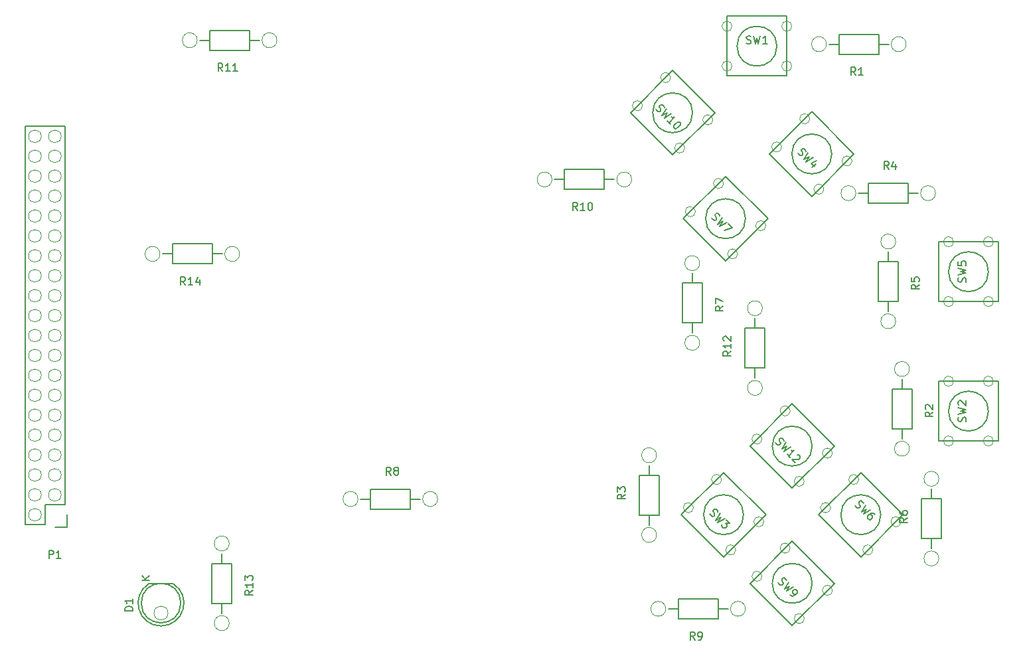
<source format=gbr>
G04 #@! TF.FileFunction,Legend,Top*
%FSLAX46Y46*%
G04 Gerber Fmt 4.6, Leading zero omitted, Abs format (unit mm)*
G04 Created by KiCad (PCBNEW 0.201509061501+6161~29~ubuntu14.04.1-product) date Sun 25 Oct 2015 03:58:04 PM EDT*
%MOMM*%
G01*
G04 APERTURE LIST*
%ADD10C,0.100000*%
%ADD11C,0.150000*%
G04 APERTURE END LIST*
D10*
D11*
X37225096Y-86785112D02*
G75*
G03X40250000Y-86770000I1524904J-2484888D01*
G01*
X37250000Y-86770000D02*
X40250000Y-86770000D01*
X41267936Y-89270000D02*
G75*
G03X41267936Y-89270000I-2517936J0D01*
G01*
X21400000Y-28480000D02*
X21400000Y-79280000D01*
X26480000Y-76740000D02*
X26480000Y-28480000D01*
X21400000Y-28480000D02*
X26480000Y-28480000D01*
X21400000Y-79280000D02*
X23940000Y-79280000D01*
X25210000Y-79560000D02*
X26760000Y-79560000D01*
X23940000Y-79280000D02*
X23940000Y-76740000D01*
X23940000Y-76740000D02*
X26480000Y-76740000D01*
X26760000Y-79560000D02*
X26760000Y-78010000D01*
X130290000Y-19270000D02*
X125210000Y-19270000D01*
X125210000Y-19270000D02*
X125210000Y-16730000D01*
X125210000Y-16730000D02*
X130290000Y-16730000D01*
X130290000Y-16730000D02*
X130290000Y-19270000D01*
X130290000Y-18000000D02*
X131560000Y-18000000D01*
X125210000Y-18000000D02*
X123940000Y-18000000D01*
X134520000Y-61960000D02*
X134520000Y-67040000D01*
X134520000Y-67040000D02*
X131980000Y-67040000D01*
X131980000Y-67040000D02*
X131980000Y-61960000D01*
X131980000Y-61960000D02*
X134520000Y-61960000D01*
X133250000Y-61960000D02*
X133250000Y-60690000D01*
X133250000Y-67040000D02*
X133250000Y-68310000D01*
X99730000Y-78040000D02*
X99730000Y-72960000D01*
X99730000Y-72960000D02*
X102270000Y-72960000D01*
X102270000Y-72960000D02*
X102270000Y-78040000D01*
X102270000Y-78040000D02*
X99730000Y-78040000D01*
X101000000Y-78040000D02*
X101000000Y-79310000D01*
X101000000Y-72960000D02*
X101000000Y-71690000D01*
X128960000Y-35730000D02*
X134040000Y-35730000D01*
X134040000Y-35730000D02*
X134040000Y-38270000D01*
X134040000Y-38270000D02*
X128960000Y-38270000D01*
X128960000Y-38270000D02*
X128960000Y-35730000D01*
X128960000Y-37000000D02*
X127690000Y-37000000D01*
X134040000Y-37000000D02*
X135310000Y-37000000D01*
X132770000Y-45710000D02*
X132770000Y-50790000D01*
X132770000Y-50790000D02*
X130230000Y-50790000D01*
X130230000Y-50790000D02*
X130230000Y-45710000D01*
X130230000Y-45710000D02*
X132770000Y-45710000D01*
X131500000Y-45710000D02*
X131500000Y-44440000D01*
X131500000Y-50790000D02*
X131500000Y-52060000D01*
X135730000Y-81040000D02*
X135730000Y-75960000D01*
X135730000Y-75960000D02*
X138270000Y-75960000D01*
X138270000Y-75960000D02*
X138270000Y-81040000D01*
X138270000Y-81040000D02*
X135730000Y-81040000D01*
X137000000Y-81040000D02*
X137000000Y-82310000D01*
X137000000Y-75960000D02*
X137000000Y-74690000D01*
X107770000Y-48460000D02*
X107770000Y-53540000D01*
X107770000Y-53540000D02*
X105230000Y-53540000D01*
X105230000Y-53540000D02*
X105230000Y-48460000D01*
X105230000Y-48460000D02*
X107770000Y-48460000D01*
X106500000Y-48460000D02*
X106500000Y-47190000D01*
X106500000Y-53540000D02*
X106500000Y-54810000D01*
X65460000Y-74730000D02*
X70540000Y-74730000D01*
X70540000Y-74730000D02*
X70540000Y-77270000D01*
X70540000Y-77270000D02*
X65460000Y-77270000D01*
X65460000Y-77270000D02*
X65460000Y-74730000D01*
X65460000Y-76000000D02*
X64190000Y-76000000D01*
X70540000Y-76000000D02*
X71810000Y-76000000D01*
X109790000Y-91270000D02*
X104710000Y-91270000D01*
X104710000Y-91270000D02*
X104710000Y-88730000D01*
X104710000Y-88730000D02*
X109790000Y-88730000D01*
X109790000Y-88730000D02*
X109790000Y-91270000D01*
X109790000Y-90000000D02*
X111060000Y-90000000D01*
X104710000Y-90000000D02*
X103440000Y-90000000D01*
X95290000Y-36520000D02*
X90210000Y-36520000D01*
X90210000Y-36520000D02*
X90210000Y-33980000D01*
X90210000Y-33980000D02*
X95290000Y-33980000D01*
X95290000Y-33980000D02*
X95290000Y-36520000D01*
X95290000Y-35250000D02*
X96560000Y-35250000D01*
X90210000Y-35250000D02*
X88940000Y-35250000D01*
X50040000Y-18770000D02*
X44960000Y-18770000D01*
X44960000Y-18770000D02*
X44960000Y-16230000D01*
X44960000Y-16230000D02*
X50040000Y-16230000D01*
X50040000Y-16230000D02*
X50040000Y-18770000D01*
X50040000Y-17500000D02*
X51310000Y-17500000D01*
X44960000Y-17500000D02*
X43690000Y-17500000D01*
X113230000Y-59290000D02*
X113230000Y-54210000D01*
X113230000Y-54210000D02*
X115770000Y-54210000D01*
X115770000Y-54210000D02*
X115770000Y-59290000D01*
X115770000Y-59290000D02*
X113230000Y-59290000D01*
X114500000Y-59290000D02*
X114500000Y-60560000D01*
X114500000Y-54210000D02*
X114500000Y-52940000D01*
X47770000Y-84210000D02*
X47770000Y-89290000D01*
X47770000Y-89290000D02*
X45230000Y-89290000D01*
X45230000Y-89290000D02*
X45230000Y-84210000D01*
X45230000Y-84210000D02*
X47770000Y-84210000D01*
X46500000Y-84210000D02*
X46500000Y-82940000D01*
X46500000Y-89290000D02*
X46500000Y-90560000D01*
X45290000Y-46020000D02*
X40210000Y-46020000D01*
X40210000Y-46020000D02*
X40210000Y-43480000D01*
X40210000Y-43480000D02*
X45290000Y-43480000D01*
X45290000Y-43480000D02*
X45290000Y-46020000D01*
X45290000Y-44750000D02*
X46560000Y-44750000D01*
X40210000Y-44750000D02*
X38940000Y-44750000D01*
X113040000Y-78000000D02*
G75*
G03X113040000Y-78000000I-2540000J0D01*
G01*
X110500000Y-83388154D02*
X105111846Y-78000000D01*
X105111846Y-78000000D02*
X110500000Y-72611846D01*
X110500000Y-72611846D02*
X115888154Y-78000000D01*
X110500000Y-83388154D02*
X115888154Y-78000000D01*
X130540000Y-78000000D02*
G75*
G03X130540000Y-78000000I-2540000J0D01*
G01*
X128000000Y-72611846D02*
X133388154Y-78000000D01*
X133388154Y-78000000D02*
X128000000Y-83388154D01*
X128000000Y-83388154D02*
X122611846Y-78000000D01*
X128000000Y-72611846D02*
X122611846Y-78000000D01*
X121790000Y-86750000D02*
G75*
G03X121790000Y-86750000I-2540000J0D01*
G01*
X119250000Y-92138154D02*
X113861846Y-86750000D01*
X113861846Y-86750000D02*
X119250000Y-81361846D01*
X119250000Y-81361846D02*
X124638154Y-86750000D01*
X119250000Y-92138154D02*
X124638154Y-86750000D01*
X121790000Y-69250000D02*
G75*
G03X121790000Y-69250000I-2540000J0D01*
G01*
X119250000Y-74638154D02*
X113861846Y-69250000D01*
X113861846Y-69250000D02*
X119250000Y-63861846D01*
X119250000Y-63861846D02*
X124638154Y-69250000D01*
X119250000Y-74638154D02*
X124638154Y-69250000D01*
X117290000Y-18250000D02*
G75*
G03X117290000Y-18250000I-2540000J0D01*
G01*
X110940000Y-14440000D02*
X118560000Y-14440000D01*
X118560000Y-14440000D02*
X118560000Y-22060000D01*
X118560000Y-22060000D02*
X110940000Y-22060000D01*
X110940000Y-14440000D02*
X110940000Y-22060000D01*
X144270000Y-64790000D02*
G75*
G03X144270000Y-64790000I-2540000J0D01*
G01*
X137920000Y-68600000D02*
X137920000Y-60980000D01*
X137920000Y-60980000D02*
X145540000Y-60980000D01*
X145540000Y-60980000D02*
X145540000Y-68600000D01*
X137920000Y-68600000D02*
X145540000Y-68600000D01*
X124290000Y-32000000D02*
G75*
G03X124290000Y-32000000I-2540000J0D01*
G01*
X121750000Y-37388154D02*
X116361846Y-32000000D01*
X116361846Y-32000000D02*
X121750000Y-26611846D01*
X121750000Y-26611846D02*
X127138154Y-32000000D01*
X121750000Y-37388154D02*
X127138154Y-32000000D01*
X144270000Y-47010000D02*
G75*
G03X144270000Y-47010000I-2540000J0D01*
G01*
X137920000Y-50820000D02*
X137920000Y-43200000D01*
X137920000Y-43200000D02*
X145540000Y-43200000D01*
X145540000Y-43200000D02*
X145540000Y-50820000D01*
X137920000Y-50820000D02*
X145540000Y-50820000D01*
X113290000Y-40250000D02*
G75*
G03X113290000Y-40250000I-2540000J0D01*
G01*
X110750000Y-45638154D02*
X105361846Y-40250000D01*
X105361846Y-40250000D02*
X110750000Y-34861846D01*
X110750000Y-34861846D02*
X116138154Y-40250000D01*
X110750000Y-45638154D02*
X116138154Y-40250000D01*
X106540000Y-26750000D02*
G75*
G03X106540000Y-26750000I-2540000J0D01*
G01*
X104000000Y-32138154D02*
X98611846Y-26750000D01*
X98611846Y-26750000D02*
X104000000Y-21361846D01*
X104000000Y-21361846D02*
X109388154Y-26750000D01*
X104000000Y-32138154D02*
X109388154Y-26750000D01*
D10*
X39650000Y-90540000D02*
G75*
G03X39650000Y-90540000I-900000J0D01*
G01*
X23483600Y-78010000D02*
X23483600Y-78010000D01*
X21856400Y-78010000D02*
X21856400Y-78010000D01*
X23483600Y-78010000D02*
G75*
G03X21856400Y-78010000I-813600J0D01*
G01*
X21856400Y-78010000D02*
G75*
G03X23483600Y-78010000I813600J0D01*
G01*
X26023600Y-75470000D02*
X26023600Y-75470000D01*
X24396400Y-75470000D02*
X24396400Y-75470000D01*
X26023600Y-75470000D02*
G75*
G03X24396400Y-75470000I-813600J0D01*
G01*
X24396400Y-75470000D02*
G75*
G03X26023600Y-75470000I813600J0D01*
G01*
X23483600Y-75470000D02*
X23483600Y-75470000D01*
X21856400Y-75470000D02*
X21856400Y-75470000D01*
X23483600Y-75470000D02*
G75*
G03X21856400Y-75470000I-813600J0D01*
G01*
X21856400Y-75470000D02*
G75*
G03X23483600Y-75470000I813600J0D01*
G01*
X26023600Y-72930000D02*
X26023600Y-72930000D01*
X24396400Y-72930000D02*
X24396400Y-72930000D01*
X26023600Y-72930000D02*
G75*
G03X24396400Y-72930000I-813600J0D01*
G01*
X24396400Y-72930000D02*
G75*
G03X26023600Y-72930000I813600J0D01*
G01*
X23483600Y-72930000D02*
X23483600Y-72930000D01*
X21856400Y-72930000D02*
X21856400Y-72930000D01*
X23483600Y-72930000D02*
G75*
G03X21856400Y-72930000I-813600J0D01*
G01*
X21856400Y-72930000D02*
G75*
G03X23483600Y-72930000I813600J0D01*
G01*
X26023600Y-70390000D02*
X26023600Y-70390000D01*
X24396400Y-70390000D02*
X24396400Y-70390000D01*
X26023600Y-70390000D02*
G75*
G03X24396400Y-70390000I-813600J0D01*
G01*
X24396400Y-70390000D02*
G75*
G03X26023600Y-70390000I813600J0D01*
G01*
X23483600Y-70390000D02*
X23483600Y-70390000D01*
X21856400Y-70390000D02*
X21856400Y-70390000D01*
X23483600Y-70390000D02*
G75*
G03X21856400Y-70390000I-813600J0D01*
G01*
X21856400Y-70390000D02*
G75*
G03X23483600Y-70390000I813600J0D01*
G01*
X26023600Y-67850000D02*
X26023600Y-67850000D01*
X24396400Y-67850000D02*
X24396400Y-67850000D01*
X26023600Y-67850000D02*
G75*
G03X24396400Y-67850000I-813600J0D01*
G01*
X24396400Y-67850000D02*
G75*
G03X26023600Y-67850000I813600J0D01*
G01*
X23483600Y-67850000D02*
X23483600Y-67850000D01*
X21856400Y-67850000D02*
X21856400Y-67850000D01*
X23483600Y-67850000D02*
G75*
G03X21856400Y-67850000I-813600J0D01*
G01*
X21856400Y-67850000D02*
G75*
G03X23483600Y-67850000I813600J0D01*
G01*
X26023600Y-65310000D02*
X26023600Y-65310000D01*
X24396400Y-65310000D02*
X24396400Y-65310000D01*
X26023600Y-65310000D02*
G75*
G03X24396400Y-65310000I-813600J0D01*
G01*
X24396400Y-65310000D02*
G75*
G03X26023600Y-65310000I813600J0D01*
G01*
X23483600Y-65310000D02*
X23483600Y-65310000D01*
X21856400Y-65310000D02*
X21856400Y-65310000D01*
X23483600Y-65310000D02*
G75*
G03X21856400Y-65310000I-813600J0D01*
G01*
X21856400Y-65310000D02*
G75*
G03X23483600Y-65310000I813600J0D01*
G01*
X26023600Y-62770000D02*
X26023600Y-62770000D01*
X24396400Y-62770000D02*
X24396400Y-62770000D01*
X26023600Y-62770000D02*
G75*
G03X24396400Y-62770000I-813600J0D01*
G01*
X24396400Y-62770000D02*
G75*
G03X26023600Y-62770000I813600J0D01*
G01*
X23483600Y-62770000D02*
X23483600Y-62770000D01*
X21856400Y-62770000D02*
X21856400Y-62770000D01*
X23483600Y-62770000D02*
G75*
G03X21856400Y-62770000I-813600J0D01*
G01*
X21856400Y-62770000D02*
G75*
G03X23483600Y-62770000I813600J0D01*
G01*
X26023600Y-60230000D02*
X26023600Y-60230000D01*
X24396400Y-60230000D02*
X24396400Y-60230000D01*
X26023600Y-60230000D02*
G75*
G03X24396400Y-60230000I-813600J0D01*
G01*
X24396400Y-60230000D02*
G75*
G03X26023600Y-60230000I813600J0D01*
G01*
X23483600Y-60230000D02*
X23483600Y-60230000D01*
X21856400Y-60230000D02*
X21856400Y-60230000D01*
X23483600Y-60230000D02*
G75*
G03X21856400Y-60230000I-813600J0D01*
G01*
X21856400Y-60230000D02*
G75*
G03X23483600Y-60230000I813600J0D01*
G01*
X26023600Y-57690000D02*
X26023600Y-57690000D01*
X24396400Y-57690000D02*
X24396400Y-57690000D01*
X26023600Y-57690000D02*
G75*
G03X24396400Y-57690000I-813600J0D01*
G01*
X24396400Y-57690000D02*
G75*
G03X26023600Y-57690000I813600J0D01*
G01*
X23483600Y-57690000D02*
X23483600Y-57690000D01*
X21856400Y-57690000D02*
X21856400Y-57690000D01*
X23483600Y-57690000D02*
G75*
G03X21856400Y-57690000I-813600J0D01*
G01*
X21856400Y-57690000D02*
G75*
G03X23483600Y-57690000I813600J0D01*
G01*
X26023600Y-55150000D02*
X26023600Y-55150000D01*
X24396400Y-55150000D02*
X24396400Y-55150000D01*
X26023600Y-55150000D02*
G75*
G03X24396400Y-55150000I-813600J0D01*
G01*
X24396400Y-55150000D02*
G75*
G03X26023600Y-55150000I813600J0D01*
G01*
X23483600Y-55150000D02*
X23483600Y-55150000D01*
X21856400Y-55150000D02*
X21856400Y-55150000D01*
X23483600Y-55150000D02*
G75*
G03X21856400Y-55150000I-813600J0D01*
G01*
X21856400Y-55150000D02*
G75*
G03X23483600Y-55150000I813600J0D01*
G01*
X26023600Y-52610000D02*
X26023600Y-52610000D01*
X24396400Y-52610000D02*
X24396400Y-52610000D01*
X26023600Y-52610000D02*
G75*
G03X24396400Y-52610000I-813600J0D01*
G01*
X24396400Y-52610000D02*
G75*
G03X26023600Y-52610000I813600J0D01*
G01*
X23483600Y-52610000D02*
X23483600Y-52610000D01*
X21856400Y-52610000D02*
X21856400Y-52610000D01*
X23483600Y-52610000D02*
G75*
G03X21856400Y-52610000I-813600J0D01*
G01*
X21856400Y-52610000D02*
G75*
G03X23483600Y-52610000I813600J0D01*
G01*
X26023600Y-50070000D02*
X26023600Y-50070000D01*
X24396400Y-50070000D02*
X24396400Y-50070000D01*
X26023600Y-50070000D02*
G75*
G03X24396400Y-50070000I-813600J0D01*
G01*
X24396400Y-50070000D02*
G75*
G03X26023600Y-50070000I813600J0D01*
G01*
X23483600Y-50070000D02*
X23483600Y-50070000D01*
X21856400Y-50070000D02*
X21856400Y-50070000D01*
X23483600Y-50070000D02*
G75*
G03X21856400Y-50070000I-813600J0D01*
G01*
X21856400Y-50070000D02*
G75*
G03X23483600Y-50070000I813600J0D01*
G01*
X26023600Y-47530000D02*
X26023600Y-47530000D01*
X24396400Y-47530000D02*
X24396400Y-47530000D01*
X26023600Y-47530000D02*
G75*
G03X24396400Y-47530000I-813600J0D01*
G01*
X24396400Y-47530000D02*
G75*
G03X26023600Y-47530000I813600J0D01*
G01*
X23483600Y-47530000D02*
X23483600Y-47530000D01*
X21856400Y-47530000D02*
X21856400Y-47530000D01*
X23483600Y-47530000D02*
G75*
G03X21856400Y-47530000I-813600J0D01*
G01*
X21856400Y-47530000D02*
G75*
G03X23483600Y-47530000I813600J0D01*
G01*
X26023600Y-44990000D02*
X26023600Y-44990000D01*
X24396400Y-44990000D02*
X24396400Y-44990000D01*
X26023600Y-44990000D02*
G75*
G03X24396400Y-44990000I-813600J0D01*
G01*
X24396400Y-44990000D02*
G75*
G03X26023600Y-44990000I813600J0D01*
G01*
X23483600Y-44990000D02*
X23483600Y-44990000D01*
X21856400Y-44990000D02*
X21856400Y-44990000D01*
X23483600Y-44990000D02*
G75*
G03X21856400Y-44990000I-813600J0D01*
G01*
X21856400Y-44990000D02*
G75*
G03X23483600Y-44990000I813600J0D01*
G01*
X26023600Y-42450000D02*
X26023600Y-42450000D01*
X24396400Y-42450000D02*
X24396400Y-42450000D01*
X26023600Y-42450000D02*
G75*
G03X24396400Y-42450000I-813600J0D01*
G01*
X24396400Y-42450000D02*
G75*
G03X26023600Y-42450000I813600J0D01*
G01*
X23483600Y-42450000D02*
X23483600Y-42450000D01*
X21856400Y-42450000D02*
X21856400Y-42450000D01*
X23483600Y-42450000D02*
G75*
G03X21856400Y-42450000I-813600J0D01*
G01*
X21856400Y-42450000D02*
G75*
G03X23483600Y-42450000I813600J0D01*
G01*
X26023600Y-39910000D02*
X26023600Y-39910000D01*
X24396400Y-39910000D02*
X24396400Y-39910000D01*
X26023600Y-39910000D02*
G75*
G03X24396400Y-39910000I-813600J0D01*
G01*
X24396400Y-39910000D02*
G75*
G03X26023600Y-39910000I813600J0D01*
G01*
X23483600Y-39910000D02*
X23483600Y-39910000D01*
X21856400Y-39910000D02*
X21856400Y-39910000D01*
X23483600Y-39910000D02*
G75*
G03X21856400Y-39910000I-813600J0D01*
G01*
X21856400Y-39910000D02*
G75*
G03X23483600Y-39910000I813600J0D01*
G01*
X26023600Y-37370000D02*
X26023600Y-37370000D01*
X24396400Y-37370000D02*
X24396400Y-37370000D01*
X26023600Y-37370000D02*
G75*
G03X24396400Y-37370000I-813600J0D01*
G01*
X24396400Y-37370000D02*
G75*
G03X26023600Y-37370000I813600J0D01*
G01*
X23483600Y-37370000D02*
X23483600Y-37370000D01*
X21856400Y-37370000D02*
X21856400Y-37370000D01*
X23483600Y-37370000D02*
G75*
G03X21856400Y-37370000I-813600J0D01*
G01*
X21856400Y-37370000D02*
G75*
G03X23483600Y-37370000I813600J0D01*
G01*
X26023600Y-34830000D02*
X26023600Y-34830000D01*
X24396400Y-34830000D02*
X24396400Y-34830000D01*
X26023600Y-34830000D02*
G75*
G03X24396400Y-34830000I-813600J0D01*
G01*
X24396400Y-34830000D02*
G75*
G03X26023600Y-34830000I813600J0D01*
G01*
X23483600Y-34830000D02*
X23483600Y-34830000D01*
X21856400Y-34830000D02*
X21856400Y-34830000D01*
X23483600Y-34830000D02*
G75*
G03X21856400Y-34830000I-813600J0D01*
G01*
X21856400Y-34830000D02*
G75*
G03X23483600Y-34830000I813600J0D01*
G01*
X26023600Y-32290000D02*
X26023600Y-32290000D01*
X24396400Y-32290000D02*
X24396400Y-32290000D01*
X26023600Y-32290000D02*
G75*
G03X24396400Y-32290000I-813600J0D01*
G01*
X24396400Y-32290000D02*
G75*
G03X26023600Y-32290000I813600J0D01*
G01*
X23483600Y-32290000D02*
X23483600Y-32290000D01*
X21856400Y-32290000D02*
X21856400Y-32290000D01*
X23483600Y-32290000D02*
G75*
G03X21856400Y-32290000I-813600J0D01*
G01*
X21856400Y-32290000D02*
G75*
G03X23483600Y-32290000I813600J0D01*
G01*
X26023600Y-29750000D02*
X26023600Y-29750000D01*
X24396400Y-29750000D02*
X24396400Y-29750000D01*
X26023600Y-29750000D02*
G75*
G03X24396400Y-29750000I-813600J0D01*
G01*
X24396400Y-29750000D02*
G75*
G03X26023600Y-29750000I813600J0D01*
G01*
X23483600Y-29750000D02*
X23483600Y-29750000D01*
X21856400Y-29750000D02*
X21856400Y-29750000D01*
X23483600Y-29750000D02*
G75*
G03X21856400Y-29750000I-813600J0D01*
G01*
X21856400Y-29750000D02*
G75*
G03X23483600Y-29750000I813600J0D01*
G01*
X133779490Y-18000000D02*
G75*
G03X133779490Y-18000000I-949490J0D01*
G01*
X123619490Y-18000000D02*
G75*
G03X123619490Y-18000000I-949490J0D01*
G01*
X134199490Y-59420000D02*
G75*
G03X134199490Y-59420000I-949490J0D01*
G01*
X134199490Y-69580000D02*
G75*
G03X134199490Y-69580000I-949490J0D01*
G01*
X101949490Y-80580000D02*
G75*
G03X101949490Y-80580000I-949490J0D01*
G01*
X101949490Y-70420000D02*
G75*
G03X101949490Y-70420000I-949490J0D01*
G01*
X127369490Y-37000000D02*
G75*
G03X127369490Y-37000000I-949490J0D01*
G01*
X137529490Y-37000000D02*
G75*
G03X137529490Y-37000000I-949490J0D01*
G01*
X132449490Y-43170000D02*
G75*
G03X132449490Y-43170000I-949490J0D01*
G01*
X132449490Y-53330000D02*
G75*
G03X132449490Y-53330000I-949490J0D01*
G01*
X137949490Y-83580000D02*
G75*
G03X137949490Y-83580000I-949490J0D01*
G01*
X137949490Y-73420000D02*
G75*
G03X137949490Y-73420000I-949490J0D01*
G01*
X107449490Y-45920000D02*
G75*
G03X107449490Y-45920000I-949490J0D01*
G01*
X107449490Y-56080000D02*
G75*
G03X107449490Y-56080000I-949490J0D01*
G01*
X63869490Y-76000000D02*
G75*
G03X63869490Y-76000000I-949490J0D01*
G01*
X74029490Y-76000000D02*
G75*
G03X74029490Y-76000000I-949490J0D01*
G01*
X113279490Y-90000000D02*
G75*
G03X113279490Y-90000000I-949490J0D01*
G01*
X103119490Y-90000000D02*
G75*
G03X103119490Y-90000000I-949490J0D01*
G01*
X98779490Y-35250000D02*
G75*
G03X98779490Y-35250000I-949490J0D01*
G01*
X88619490Y-35250000D02*
G75*
G03X88619490Y-35250000I-949490J0D01*
G01*
X53529490Y-17500000D02*
G75*
G03X53529490Y-17500000I-949490J0D01*
G01*
X43369490Y-17500000D02*
G75*
G03X43369490Y-17500000I-949490J0D01*
G01*
X115449490Y-61830000D02*
G75*
G03X115449490Y-61830000I-949490J0D01*
G01*
X115449490Y-51670000D02*
G75*
G03X115449490Y-51670000I-949490J0D01*
G01*
X47449490Y-81670000D02*
G75*
G03X47449490Y-81670000I-949490J0D01*
G01*
X47449490Y-91830000D02*
G75*
G03X47449490Y-91830000I-949490J0D01*
G01*
X48779490Y-44750000D02*
G75*
G03X48779490Y-44750000I-949490J0D01*
G01*
X38619490Y-44750000D02*
G75*
G03X38619490Y-44750000I-949490J0D01*
G01*
X106658372Y-77101974D02*
G75*
G03X106658372Y-77101974I-648500J0D01*
G01*
X110250474Y-73509872D02*
G75*
G03X110250474Y-73509872I-648500J0D01*
G01*
X112046526Y-82490128D02*
G75*
G03X112046526Y-82490128I-648500J0D01*
G01*
X115638628Y-78898026D02*
G75*
G03X115638628Y-78898026I-648500J0D01*
G01*
X133138628Y-78898026D02*
G75*
G03X133138628Y-78898026I-648500J0D01*
G01*
X129546526Y-82490128D02*
G75*
G03X129546526Y-82490128I-648500J0D01*
G01*
X127750474Y-73509872D02*
G75*
G03X127750474Y-73509872I-648500J0D01*
G01*
X124158372Y-77101974D02*
G75*
G03X124158372Y-77101974I-648500J0D01*
G01*
X115408372Y-85851974D02*
G75*
G03X115408372Y-85851974I-648500J0D01*
G01*
X119000474Y-82259872D02*
G75*
G03X119000474Y-82259872I-648500J0D01*
G01*
X120796526Y-91240128D02*
G75*
G03X120796526Y-91240128I-648500J0D01*
G01*
X124388628Y-87648026D02*
G75*
G03X124388628Y-87648026I-648500J0D01*
G01*
X115408372Y-68351974D02*
G75*
G03X115408372Y-68351974I-648500J0D01*
G01*
X119000474Y-64759872D02*
G75*
G03X119000474Y-64759872I-648500J0D01*
G01*
X120796526Y-73740128D02*
G75*
G03X120796526Y-73740128I-648500J0D01*
G01*
X124388628Y-70148026D02*
G75*
G03X124388628Y-70148026I-648500J0D01*
G01*
X119208500Y-15710000D02*
G75*
G03X119208500Y-15710000I-648500J0D01*
G01*
X119208500Y-20790000D02*
G75*
G03X119208500Y-20790000I-648500J0D01*
G01*
X111588500Y-15710000D02*
G75*
G03X111588500Y-15710000I-648500J0D01*
G01*
X111588500Y-20790000D02*
G75*
G03X111588500Y-20790000I-648500J0D01*
G01*
X139838500Y-60980000D02*
G75*
G03X139838500Y-60980000I-648500J0D01*
G01*
X144918500Y-60980000D02*
G75*
G03X144918500Y-60980000I-648500J0D01*
G01*
X139838500Y-68600000D02*
G75*
G03X139838500Y-68600000I-648500J0D01*
G01*
X144918500Y-68600000D02*
G75*
G03X144918500Y-68600000I-648500J0D01*
G01*
X117908372Y-31101974D02*
G75*
G03X117908372Y-31101974I-648500J0D01*
G01*
X121500474Y-27509872D02*
G75*
G03X121500474Y-27509872I-648500J0D01*
G01*
X123296526Y-36490128D02*
G75*
G03X123296526Y-36490128I-648500J0D01*
G01*
X126888628Y-32898026D02*
G75*
G03X126888628Y-32898026I-648500J0D01*
G01*
X139838500Y-43200000D02*
G75*
G03X139838500Y-43200000I-648500J0D01*
G01*
X144918500Y-43200000D02*
G75*
G03X144918500Y-43200000I-648500J0D01*
G01*
X139838500Y-50820000D02*
G75*
G03X139838500Y-50820000I-648500J0D01*
G01*
X144918500Y-50820000D02*
G75*
G03X144918500Y-50820000I-648500J0D01*
G01*
X106908372Y-39351974D02*
G75*
G03X106908372Y-39351974I-648500J0D01*
G01*
X110500474Y-35759872D02*
G75*
G03X110500474Y-35759872I-648500J0D01*
G01*
X112296526Y-44740128D02*
G75*
G03X112296526Y-44740128I-648500J0D01*
G01*
X115888628Y-41148026D02*
G75*
G03X115888628Y-41148026I-648500J0D01*
G01*
X100158372Y-25851974D02*
G75*
G03X100158372Y-25851974I-648500J0D01*
G01*
X103750474Y-22259872D02*
G75*
G03X103750474Y-22259872I-648500J0D01*
G01*
X105546526Y-31240128D02*
G75*
G03X105546526Y-31240128I-648500J0D01*
G01*
X109138628Y-27648026D02*
G75*
G03X109138628Y-27648026I-648500J0D01*
G01*
D11*
X35138381Y-90262095D02*
X34138381Y-90262095D01*
X34138381Y-90024000D01*
X34186000Y-89881142D01*
X34281238Y-89785904D01*
X34376476Y-89738285D01*
X34566952Y-89690666D01*
X34709810Y-89690666D01*
X34900286Y-89738285D01*
X34995524Y-89785904D01*
X35090762Y-89881142D01*
X35138381Y-90024000D01*
X35138381Y-90262095D01*
X35138381Y-88738285D02*
X35138381Y-89309714D01*
X35138381Y-89024000D02*
X34138381Y-89024000D01*
X34281238Y-89119238D01*
X34376476Y-89214476D01*
X34424095Y-89309714D01*
X37297381Y-86356905D02*
X36297381Y-86356905D01*
X37297381Y-85785476D02*
X36725952Y-86214048D01*
X36297381Y-85785476D02*
X36868810Y-86356905D01*
X24471905Y-83562381D02*
X24471905Y-82562381D01*
X24852858Y-82562381D01*
X24948096Y-82610000D01*
X24995715Y-82657619D01*
X25043334Y-82752857D01*
X25043334Y-82895714D01*
X24995715Y-82990952D01*
X24948096Y-83038571D01*
X24852858Y-83086190D01*
X24471905Y-83086190D01*
X25995715Y-83562381D02*
X25424286Y-83562381D01*
X25710000Y-83562381D02*
X25710000Y-82562381D01*
X25614762Y-82705238D01*
X25519524Y-82800476D01*
X25424286Y-82848095D01*
X127334414Y-21952501D02*
X127001080Y-21476310D01*
X126762985Y-21952501D02*
X126762985Y-20952501D01*
X127143938Y-20952501D01*
X127239176Y-21000120D01*
X127286795Y-21047739D01*
X127334414Y-21142977D01*
X127334414Y-21285834D01*
X127286795Y-21381072D01*
X127239176Y-21428691D01*
X127143938Y-21476310D01*
X126762985Y-21476310D01*
X128286795Y-21952501D02*
X127715366Y-21952501D01*
X128001080Y-21952501D02*
X128001080Y-20952501D01*
X127905842Y-21095358D01*
X127810604Y-21190596D01*
X127715366Y-21238215D01*
X137202501Y-64915586D02*
X136726310Y-65248920D01*
X137202501Y-65487015D02*
X136202501Y-65487015D01*
X136202501Y-65106062D01*
X136250120Y-65010824D01*
X136297739Y-64963205D01*
X136392977Y-64915586D01*
X136535834Y-64915586D01*
X136631072Y-64963205D01*
X136678691Y-65010824D01*
X136726310Y-65106062D01*
X136726310Y-65487015D01*
X136297739Y-64534634D02*
X136250120Y-64487015D01*
X136202501Y-64391777D01*
X136202501Y-64153681D01*
X136250120Y-64058443D01*
X136297739Y-64010824D01*
X136392977Y-63963205D01*
X136488215Y-63963205D01*
X136631072Y-64010824D01*
X137202501Y-64582253D01*
X137202501Y-63963205D01*
X97952261Y-75417746D02*
X97476070Y-75751080D01*
X97952261Y-75989175D02*
X96952261Y-75989175D01*
X96952261Y-75608222D01*
X96999880Y-75512984D01*
X97047499Y-75465365D01*
X97142737Y-75417746D01*
X97285594Y-75417746D01*
X97380832Y-75465365D01*
X97428451Y-75512984D01*
X97476070Y-75608222D01*
X97476070Y-75989175D01*
X96952261Y-75084413D02*
X96952261Y-74465365D01*
X97333213Y-74798699D01*
X97333213Y-74655841D01*
X97380832Y-74560603D01*
X97428451Y-74512984D01*
X97523690Y-74465365D01*
X97761785Y-74465365D01*
X97857023Y-74512984D01*
X97904642Y-74560603D01*
X97952261Y-74655841D01*
X97952261Y-74941556D01*
X97904642Y-75036794D01*
X97857023Y-75084413D01*
X131582254Y-33952261D02*
X131248920Y-33476070D01*
X131010825Y-33952261D02*
X131010825Y-32952261D01*
X131391778Y-32952261D01*
X131487016Y-32999880D01*
X131534635Y-33047499D01*
X131582254Y-33142737D01*
X131582254Y-33285594D01*
X131534635Y-33380832D01*
X131487016Y-33428451D01*
X131391778Y-33476070D01*
X131010825Y-33476070D01*
X132439397Y-33285594D02*
X132439397Y-33952261D01*
X132201301Y-32904642D02*
X131963206Y-33618928D01*
X132582254Y-33618928D01*
X135452501Y-48665586D02*
X134976310Y-48998920D01*
X135452501Y-49237015D02*
X134452501Y-49237015D01*
X134452501Y-48856062D01*
X134500120Y-48760824D01*
X134547739Y-48713205D01*
X134642977Y-48665586D01*
X134785834Y-48665586D01*
X134881072Y-48713205D01*
X134928691Y-48760824D01*
X134976310Y-48856062D01*
X134976310Y-49237015D01*
X134452501Y-47760824D02*
X134452501Y-48237015D01*
X134928691Y-48284634D01*
X134881072Y-48237015D01*
X134833453Y-48141777D01*
X134833453Y-47903681D01*
X134881072Y-47808443D01*
X134928691Y-47760824D01*
X135023930Y-47713205D01*
X135262025Y-47713205D01*
X135357263Y-47760824D01*
X135404882Y-47808443D01*
X135452501Y-47903681D01*
X135452501Y-48141777D01*
X135404882Y-48237015D01*
X135357263Y-48284634D01*
X133952261Y-78417746D02*
X133476070Y-78751080D01*
X133952261Y-78989175D02*
X132952261Y-78989175D01*
X132952261Y-78608222D01*
X132999880Y-78512984D01*
X133047499Y-78465365D01*
X133142737Y-78417746D01*
X133285594Y-78417746D01*
X133380832Y-78465365D01*
X133428451Y-78512984D01*
X133476070Y-78608222D01*
X133476070Y-78989175D01*
X132952261Y-77560603D02*
X132952261Y-77751080D01*
X132999880Y-77846318D01*
X133047499Y-77893937D01*
X133190356Y-77989175D01*
X133380832Y-78036794D01*
X133761785Y-78036794D01*
X133857023Y-77989175D01*
X133904642Y-77941556D01*
X133952261Y-77846318D01*
X133952261Y-77655841D01*
X133904642Y-77560603D01*
X133857023Y-77512984D01*
X133761785Y-77465365D01*
X133523690Y-77465365D01*
X133428451Y-77512984D01*
X133380832Y-77560603D01*
X133333213Y-77655841D01*
X133333213Y-77846318D01*
X133380832Y-77941556D01*
X133428451Y-77989175D01*
X133523690Y-78036794D01*
X110452501Y-51415586D02*
X109976310Y-51748920D01*
X110452501Y-51987015D02*
X109452501Y-51987015D01*
X109452501Y-51606062D01*
X109500120Y-51510824D01*
X109547739Y-51463205D01*
X109642977Y-51415586D01*
X109785834Y-51415586D01*
X109881072Y-51463205D01*
X109928691Y-51510824D01*
X109976310Y-51606062D01*
X109976310Y-51987015D01*
X109452501Y-51082253D02*
X109452501Y-50415586D01*
X110452501Y-50844158D01*
X68082254Y-72952261D02*
X67748920Y-72476070D01*
X67510825Y-72952261D02*
X67510825Y-71952261D01*
X67891778Y-71952261D01*
X67987016Y-71999880D01*
X68034635Y-72047499D01*
X68082254Y-72142737D01*
X68082254Y-72285594D01*
X68034635Y-72380832D01*
X67987016Y-72428451D01*
X67891778Y-72476070D01*
X67510825Y-72476070D01*
X68653682Y-72380832D02*
X68558444Y-72333213D01*
X68510825Y-72285594D01*
X68463206Y-72190356D01*
X68463206Y-72142737D01*
X68510825Y-72047499D01*
X68558444Y-71999880D01*
X68653682Y-71952261D01*
X68844159Y-71952261D01*
X68939397Y-71999880D01*
X68987016Y-72047499D01*
X69034635Y-72142737D01*
X69034635Y-72190356D01*
X68987016Y-72285594D01*
X68939397Y-72333213D01*
X68844159Y-72380832D01*
X68653682Y-72380832D01*
X68558444Y-72428451D01*
X68510825Y-72476070D01*
X68463206Y-72571309D01*
X68463206Y-72761785D01*
X68510825Y-72857023D01*
X68558444Y-72904642D01*
X68653682Y-72952261D01*
X68844159Y-72952261D01*
X68939397Y-72904642D01*
X68987016Y-72857023D01*
X69034635Y-72761785D01*
X69034635Y-72571309D01*
X68987016Y-72476070D01*
X68939397Y-72428451D01*
X68844159Y-72380832D01*
X106834414Y-93952501D02*
X106501080Y-93476310D01*
X106262985Y-93952501D02*
X106262985Y-92952501D01*
X106643938Y-92952501D01*
X106739176Y-93000120D01*
X106786795Y-93047739D01*
X106834414Y-93142977D01*
X106834414Y-93285834D01*
X106786795Y-93381072D01*
X106739176Y-93428691D01*
X106643938Y-93476310D01*
X106262985Y-93476310D01*
X107310604Y-93952501D02*
X107501080Y-93952501D01*
X107596319Y-93904882D01*
X107643938Y-93857263D01*
X107739176Y-93714406D01*
X107786795Y-93523930D01*
X107786795Y-93142977D01*
X107739176Y-93047739D01*
X107691557Y-93000120D01*
X107596319Y-92952501D01*
X107405842Y-92952501D01*
X107310604Y-93000120D01*
X107262985Y-93047739D01*
X107215366Y-93142977D01*
X107215366Y-93381072D01*
X107262985Y-93476310D01*
X107310604Y-93523930D01*
X107405842Y-93571549D01*
X107596319Y-93571549D01*
X107691557Y-93523930D01*
X107739176Y-93476310D01*
X107786795Y-93381072D01*
X91858223Y-39202501D02*
X91524889Y-38726310D01*
X91286794Y-39202501D02*
X91286794Y-38202501D01*
X91667747Y-38202501D01*
X91762985Y-38250120D01*
X91810604Y-38297739D01*
X91858223Y-38392977D01*
X91858223Y-38535834D01*
X91810604Y-38631072D01*
X91762985Y-38678691D01*
X91667747Y-38726310D01*
X91286794Y-38726310D01*
X92810604Y-39202501D02*
X92239175Y-39202501D01*
X92524889Y-39202501D02*
X92524889Y-38202501D01*
X92429651Y-38345358D01*
X92334413Y-38440596D01*
X92239175Y-38488215D01*
X93429651Y-38202501D02*
X93524890Y-38202501D01*
X93620128Y-38250120D01*
X93667747Y-38297739D01*
X93715366Y-38392977D01*
X93762985Y-38583453D01*
X93762985Y-38821549D01*
X93715366Y-39012025D01*
X93667747Y-39107263D01*
X93620128Y-39154882D01*
X93524890Y-39202501D01*
X93429651Y-39202501D01*
X93334413Y-39154882D01*
X93286794Y-39107263D01*
X93239175Y-39012025D01*
X93191556Y-38821549D01*
X93191556Y-38583453D01*
X93239175Y-38392977D01*
X93286794Y-38297739D01*
X93334413Y-38250120D01*
X93429651Y-38202501D01*
X46608223Y-21452501D02*
X46274889Y-20976310D01*
X46036794Y-21452501D02*
X46036794Y-20452501D01*
X46417747Y-20452501D01*
X46512985Y-20500120D01*
X46560604Y-20547739D01*
X46608223Y-20642977D01*
X46608223Y-20785834D01*
X46560604Y-20881072D01*
X46512985Y-20928691D01*
X46417747Y-20976310D01*
X46036794Y-20976310D01*
X47560604Y-21452501D02*
X46989175Y-21452501D01*
X47274889Y-21452501D02*
X47274889Y-20452501D01*
X47179651Y-20595358D01*
X47084413Y-20690596D01*
X46989175Y-20738215D01*
X48512985Y-21452501D02*
X47941556Y-21452501D01*
X48227270Y-21452501D02*
X48227270Y-20452501D01*
X48132032Y-20595358D01*
X48036794Y-20690596D01*
X47941556Y-20738215D01*
X111452261Y-57143937D02*
X110976070Y-57477271D01*
X111452261Y-57715366D02*
X110452261Y-57715366D01*
X110452261Y-57334413D01*
X110499880Y-57239175D01*
X110547499Y-57191556D01*
X110642737Y-57143937D01*
X110785594Y-57143937D01*
X110880832Y-57191556D01*
X110928451Y-57239175D01*
X110976070Y-57334413D01*
X110976070Y-57715366D01*
X111452261Y-56191556D02*
X111452261Y-56762985D01*
X111452261Y-56477271D02*
X110452261Y-56477271D01*
X110595118Y-56572509D01*
X110690356Y-56667747D01*
X110737975Y-56762985D01*
X110547499Y-55810604D02*
X110499880Y-55762985D01*
X110452261Y-55667747D01*
X110452261Y-55429651D01*
X110499880Y-55334413D01*
X110547499Y-55286794D01*
X110642737Y-55239175D01*
X110737975Y-55239175D01*
X110880832Y-55286794D01*
X111452261Y-55858223D01*
X111452261Y-55239175D01*
X50452501Y-87641777D02*
X49976310Y-87975111D01*
X50452501Y-88213206D02*
X49452501Y-88213206D01*
X49452501Y-87832253D01*
X49500120Y-87737015D01*
X49547739Y-87689396D01*
X49642977Y-87641777D01*
X49785834Y-87641777D01*
X49881072Y-87689396D01*
X49928691Y-87737015D01*
X49976310Y-87832253D01*
X49976310Y-88213206D01*
X50452501Y-86689396D02*
X50452501Y-87260825D01*
X50452501Y-86975111D02*
X49452501Y-86975111D01*
X49595358Y-87070349D01*
X49690596Y-87165587D01*
X49738215Y-87260825D01*
X49452501Y-86356063D02*
X49452501Y-85737015D01*
X49833453Y-86070349D01*
X49833453Y-85927491D01*
X49881072Y-85832253D01*
X49928691Y-85784634D01*
X50023930Y-85737015D01*
X50262025Y-85737015D01*
X50357263Y-85784634D01*
X50404882Y-85832253D01*
X50452501Y-85927491D01*
X50452501Y-86213206D01*
X50404882Y-86308444D01*
X50357263Y-86356063D01*
X41858223Y-48702501D02*
X41524889Y-48226310D01*
X41286794Y-48702501D02*
X41286794Y-47702501D01*
X41667747Y-47702501D01*
X41762985Y-47750120D01*
X41810604Y-47797739D01*
X41858223Y-47892977D01*
X41858223Y-48035834D01*
X41810604Y-48131072D01*
X41762985Y-48178691D01*
X41667747Y-48226310D01*
X41286794Y-48226310D01*
X42810604Y-48702501D02*
X42239175Y-48702501D01*
X42524889Y-48702501D02*
X42524889Y-47702501D01*
X42429651Y-47845358D01*
X42334413Y-47940596D01*
X42239175Y-47988215D01*
X43667747Y-48035834D02*
X43667747Y-48702501D01*
X43429651Y-47654882D02*
X43191556Y-48369168D01*
X43810604Y-48369168D01*
X108732166Y-77882216D02*
X108799510Y-78016903D01*
X108967869Y-78185262D01*
X109068884Y-78218934D01*
X109136228Y-78218934D01*
X109237243Y-78185262D01*
X109304586Y-78117919D01*
X109338258Y-78016904D01*
X109338258Y-77949560D01*
X109304587Y-77848544D01*
X109203571Y-77680185D01*
X109169899Y-77579170D01*
X109169899Y-77511827D01*
X109203571Y-77410811D01*
X109270914Y-77343468D01*
X109371930Y-77309796D01*
X109439273Y-77309796D01*
X109540288Y-77343468D01*
X109708647Y-77511827D01*
X109775991Y-77646514D01*
X110045365Y-77848544D02*
X109506616Y-78724010D01*
X110146381Y-78353621D01*
X109775991Y-78993384D01*
X110651456Y-78454636D01*
X110853487Y-78656666D02*
X111291220Y-79094399D01*
X110786143Y-79128070D01*
X110887159Y-79229086D01*
X110920831Y-79330101D01*
X110920831Y-79397445D01*
X110887158Y-79498461D01*
X110718800Y-79666819D01*
X110617785Y-79700491D01*
X110550441Y-79700491D01*
X110449426Y-79666819D01*
X110247395Y-79464788D01*
X110213723Y-79363773D01*
X110213723Y-79296430D01*
X127309796Y-76804586D02*
X127377140Y-76939273D01*
X127545499Y-77107632D01*
X127646514Y-77141304D01*
X127713858Y-77141304D01*
X127814873Y-77107632D01*
X127882216Y-77040289D01*
X127915888Y-76939274D01*
X127915888Y-76871930D01*
X127882217Y-76770914D01*
X127781201Y-76602555D01*
X127747529Y-76501540D01*
X127747529Y-76434197D01*
X127781201Y-76333181D01*
X127848544Y-76265838D01*
X127949560Y-76232166D01*
X128016903Y-76232166D01*
X128117918Y-76265838D01*
X128286277Y-76434197D01*
X128353621Y-76568884D01*
X128622995Y-76770914D02*
X128084246Y-77646380D01*
X128724011Y-77275991D01*
X128353621Y-77915754D01*
X129229086Y-77377006D01*
X129801506Y-77949426D02*
X129666819Y-77814738D01*
X129565803Y-77781067D01*
X129498460Y-77781067D01*
X129330101Y-77814738D01*
X129161743Y-77915754D01*
X128892368Y-78185128D01*
X128858697Y-78286143D01*
X128858697Y-78353487D01*
X128892368Y-78454502D01*
X129027056Y-78589189D01*
X129128071Y-78622861D01*
X129195415Y-78622861D01*
X129296430Y-78589189D01*
X129464788Y-78420831D01*
X129498461Y-78319815D01*
X129498461Y-78252471D01*
X129464789Y-78151456D01*
X129330101Y-78016769D01*
X129229086Y-77983097D01*
X129161743Y-77983097D01*
X129060727Y-78016769D01*
X117482166Y-86632216D02*
X117549510Y-86766903D01*
X117717869Y-86935262D01*
X117818884Y-86968934D01*
X117886228Y-86968934D01*
X117987243Y-86935262D01*
X118054586Y-86867919D01*
X118088258Y-86766904D01*
X118088258Y-86699560D01*
X118054587Y-86598544D01*
X117953571Y-86430185D01*
X117919899Y-86329170D01*
X117919899Y-86261827D01*
X117953571Y-86160811D01*
X118020914Y-86093468D01*
X118121930Y-86059796D01*
X118189273Y-86059796D01*
X118290288Y-86093468D01*
X118458647Y-86261827D01*
X118525991Y-86396514D01*
X118795365Y-86598544D02*
X118256616Y-87474010D01*
X118896381Y-87103621D01*
X118525991Y-87743384D01*
X119401456Y-87204636D01*
X118997395Y-88214788D02*
X119132082Y-88349475D01*
X119233098Y-88383148D01*
X119300441Y-88383148D01*
X119468800Y-88349476D01*
X119637158Y-88248461D01*
X119906533Y-87979086D01*
X119940204Y-87878071D01*
X119940204Y-87810728D01*
X119906533Y-87709713D01*
X119771845Y-87575025D01*
X119670830Y-87541353D01*
X119603487Y-87541353D01*
X119502471Y-87575025D01*
X119334113Y-87743384D01*
X119300441Y-87844399D01*
X119300440Y-87911743D01*
X119334112Y-88012758D01*
X119468800Y-88147446D01*
X119569815Y-88181117D01*
X119637159Y-88181117D01*
X119738174Y-88147445D01*
X117145448Y-68795498D02*
X117212792Y-68930185D01*
X117381151Y-69098544D01*
X117482166Y-69132216D01*
X117549510Y-69132216D01*
X117650525Y-69098544D01*
X117717868Y-69031201D01*
X117751540Y-68930186D01*
X117751540Y-68862842D01*
X117717869Y-68761827D01*
X117616853Y-68593467D01*
X117583181Y-68492452D01*
X117583181Y-68425109D01*
X117616853Y-68324094D01*
X117684197Y-68256750D01*
X117785212Y-68223078D01*
X117852555Y-68223078D01*
X117953570Y-68256750D01*
X118121930Y-68425109D01*
X118189273Y-68559796D01*
X118458647Y-68761827D02*
X117919899Y-69637292D01*
X118559663Y-69266903D01*
X118189273Y-69906666D01*
X119064738Y-69367918D01*
X118997395Y-70714788D02*
X118593334Y-70310727D01*
X118795364Y-70512757D02*
X119502471Y-69805651D01*
X119334112Y-69839322D01*
X119199425Y-69839322D01*
X119098410Y-69805651D01*
X119906532Y-70344399D02*
X119973875Y-70344399D01*
X120074891Y-70378070D01*
X120243250Y-70546430D01*
X120276922Y-70647445D01*
X120276922Y-70714788D01*
X120243250Y-70815803D01*
X120175906Y-70883147D01*
X120041220Y-70950490D01*
X119233097Y-70950490D01*
X119670830Y-71388223D01*
X113416667Y-17892762D02*
X113559524Y-17940381D01*
X113797620Y-17940381D01*
X113892858Y-17892762D01*
X113940477Y-17845143D01*
X113988096Y-17749905D01*
X113988096Y-17654667D01*
X113940477Y-17559429D01*
X113892858Y-17511810D01*
X113797620Y-17464190D01*
X113607143Y-17416571D01*
X113511905Y-17368952D01*
X113464286Y-17321333D01*
X113416667Y-17226095D01*
X113416667Y-17130857D01*
X113464286Y-17035619D01*
X113511905Y-16988000D01*
X113607143Y-16940381D01*
X113845239Y-16940381D01*
X113988096Y-16988000D01*
X114321429Y-16940381D02*
X114559524Y-17940381D01*
X114750001Y-17226095D01*
X114940477Y-17940381D01*
X115178572Y-16940381D01*
X116083334Y-17940381D02*
X115511905Y-17940381D01*
X115797619Y-17940381D02*
X115797619Y-16940381D01*
X115702381Y-17083238D01*
X115607143Y-17178476D01*
X115511905Y-17226095D01*
X141372762Y-66123333D02*
X141420381Y-65980476D01*
X141420381Y-65742380D01*
X141372762Y-65647142D01*
X141325143Y-65599523D01*
X141229905Y-65551904D01*
X141134667Y-65551904D01*
X141039429Y-65599523D01*
X140991810Y-65647142D01*
X140944190Y-65742380D01*
X140896571Y-65932857D01*
X140848952Y-66028095D01*
X140801333Y-66075714D01*
X140706095Y-66123333D01*
X140610857Y-66123333D01*
X140515619Y-66075714D01*
X140468000Y-66028095D01*
X140420381Y-65932857D01*
X140420381Y-65694761D01*
X140468000Y-65551904D01*
X140420381Y-65218571D02*
X141420381Y-64980476D01*
X140706095Y-64789999D01*
X141420381Y-64599523D01*
X140420381Y-64361428D01*
X140515619Y-64028095D02*
X140468000Y-63980476D01*
X140420381Y-63885238D01*
X140420381Y-63647142D01*
X140468000Y-63551904D01*
X140515619Y-63504285D01*
X140610857Y-63456666D01*
X140706095Y-63456666D01*
X140848952Y-63504285D01*
X141420381Y-64075714D01*
X141420381Y-63456666D01*
X119982166Y-31882216D02*
X120049510Y-32016903D01*
X120217869Y-32185262D01*
X120318884Y-32218934D01*
X120386228Y-32218934D01*
X120487243Y-32185262D01*
X120554586Y-32117919D01*
X120588258Y-32016904D01*
X120588258Y-31949560D01*
X120554587Y-31848544D01*
X120453571Y-31680185D01*
X120419899Y-31579170D01*
X120419899Y-31511827D01*
X120453571Y-31410811D01*
X120520914Y-31343468D01*
X120621930Y-31309796D01*
X120689273Y-31309796D01*
X120790288Y-31343468D01*
X120958647Y-31511827D01*
X121025991Y-31646514D01*
X121295365Y-31848544D02*
X120756616Y-32724010D01*
X121396381Y-32353621D01*
X121025991Y-32993384D01*
X121901456Y-32454636D01*
X122238174Y-33262758D02*
X121766769Y-33734163D01*
X122339189Y-32825025D02*
X121665754Y-33161743D01*
X122103487Y-33599476D01*
X141372762Y-48343333D02*
X141420381Y-48200476D01*
X141420381Y-47962380D01*
X141372762Y-47867142D01*
X141325143Y-47819523D01*
X141229905Y-47771904D01*
X141134667Y-47771904D01*
X141039429Y-47819523D01*
X140991810Y-47867142D01*
X140944190Y-47962380D01*
X140896571Y-48152857D01*
X140848952Y-48248095D01*
X140801333Y-48295714D01*
X140706095Y-48343333D01*
X140610857Y-48343333D01*
X140515619Y-48295714D01*
X140468000Y-48248095D01*
X140420381Y-48152857D01*
X140420381Y-47914761D01*
X140468000Y-47771904D01*
X140420381Y-47438571D02*
X141420381Y-47200476D01*
X140706095Y-47009999D01*
X141420381Y-46819523D01*
X140420381Y-46581428D01*
X140420381Y-45724285D02*
X140420381Y-46200476D01*
X140896571Y-46248095D01*
X140848952Y-46200476D01*
X140801333Y-46105238D01*
X140801333Y-45867142D01*
X140848952Y-45771904D01*
X140896571Y-45724285D01*
X140991810Y-45676666D01*
X141229905Y-45676666D01*
X141325143Y-45724285D01*
X141372762Y-45771904D01*
X141420381Y-45867142D01*
X141420381Y-46105238D01*
X141372762Y-46200476D01*
X141325143Y-46248095D01*
X108982166Y-40132216D02*
X109049510Y-40266903D01*
X109217869Y-40435262D01*
X109318884Y-40468934D01*
X109386228Y-40468934D01*
X109487243Y-40435262D01*
X109554586Y-40367919D01*
X109588258Y-40266904D01*
X109588258Y-40199560D01*
X109554587Y-40098544D01*
X109453571Y-39930185D01*
X109419899Y-39829170D01*
X109419899Y-39761827D01*
X109453571Y-39660811D01*
X109520914Y-39593468D01*
X109621930Y-39559796D01*
X109689273Y-39559796D01*
X109790288Y-39593468D01*
X109958647Y-39761827D01*
X110025991Y-39896514D01*
X110295365Y-40098544D02*
X109756616Y-40974010D01*
X110396381Y-40603621D01*
X110025991Y-41243384D01*
X110901456Y-40704636D01*
X111103487Y-40906666D02*
X111574891Y-41378071D01*
X110564738Y-41782132D01*
X101895448Y-26295498D02*
X101962792Y-26430185D01*
X102131151Y-26598544D01*
X102232166Y-26632216D01*
X102299510Y-26632216D01*
X102400525Y-26598544D01*
X102467868Y-26531201D01*
X102501540Y-26430186D01*
X102501540Y-26362842D01*
X102467869Y-26261827D01*
X102366853Y-26093467D01*
X102333181Y-25992452D01*
X102333181Y-25925109D01*
X102366853Y-25824094D01*
X102434197Y-25756750D01*
X102535212Y-25723078D01*
X102602555Y-25723078D01*
X102703570Y-25756750D01*
X102871930Y-25925109D01*
X102939273Y-26059796D01*
X103208647Y-26261827D02*
X102669899Y-27137292D01*
X103309663Y-26766903D01*
X102939273Y-27406666D01*
X103814738Y-26867918D01*
X103747395Y-28214788D02*
X103343334Y-27810727D01*
X103545364Y-28012757D02*
X104252471Y-27305651D01*
X104084112Y-27339322D01*
X103949425Y-27339322D01*
X103848410Y-27305651D01*
X104892234Y-27945414D02*
X104959578Y-28012758D01*
X104993250Y-28113773D01*
X104993250Y-28181117D01*
X104959578Y-28282132D01*
X104858563Y-28450490D01*
X104690204Y-28618850D01*
X104521845Y-28719865D01*
X104420830Y-28753536D01*
X104353487Y-28753536D01*
X104252471Y-28719865D01*
X104185127Y-28652521D01*
X104151456Y-28551505D01*
X104151456Y-28484162D01*
X104185127Y-28383147D01*
X104286142Y-28214788D01*
X104454502Y-28046429D01*
X104622860Y-27945414D01*
X104723875Y-27911742D01*
X104791219Y-27911742D01*
X104892234Y-27945414D01*
M02*

</source>
